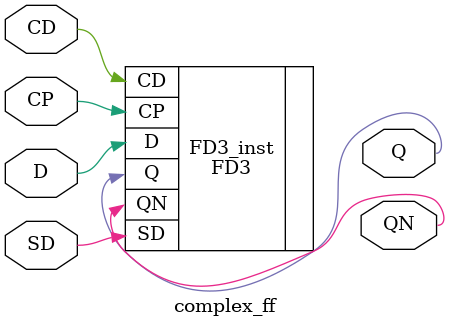
<source format=v>
module complex_ff
(
        input D,
        input CP,
        input CD,
        input SD,
        output Q,
        output QN
);
wire D;
wire CP;
wire CD;
wire SD;
wire Q;
wire QN;

FD3 FD3_inst (
         .CP(CP),
         .CD(CD),
         .SD(SD),
         .D(D),
         .Q(Q),
         .QN(QN)
     );

endmodule
</source>
